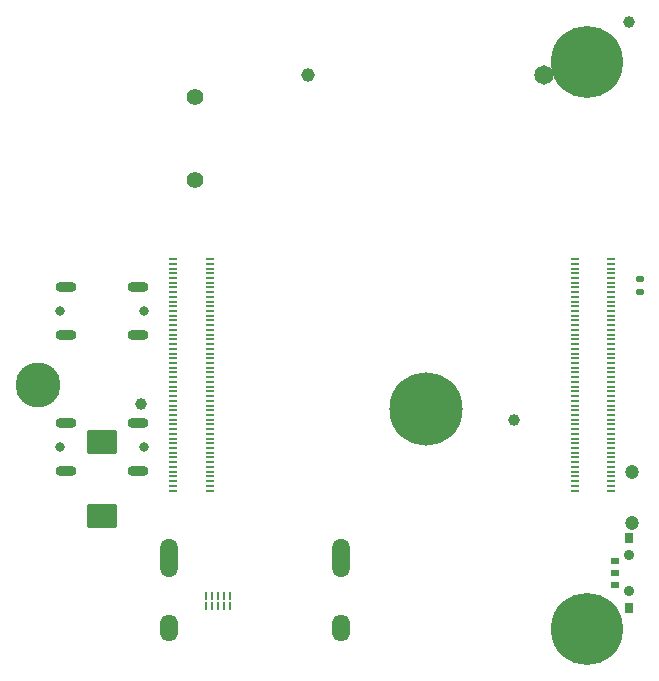
<source format=gbr>
%TF.GenerationSoftware,KiCad,Pcbnew,8.0.7*%
%TF.CreationDate,2025-01-30T19:22:21+01:00*%
%TF.ProjectId,CM5_MINIMA_2,434d355f-4d49-44e4-994d-415f322e6b69,2*%
%TF.SameCoordinates,Original*%
%TF.FileFunction,Soldermask,Bot*%
%TF.FilePolarity,Negative*%
%FSLAX46Y46*%
G04 Gerber Fmt 4.6, Leading zero omitted, Abs format (unit mm)*
G04 Created by KiCad (PCBNEW 8.0.7) date 2025-01-30 19:22:21*
%MOMM*%
%LPD*%
G01*
G04 APERTURE LIST*
G04 Aperture macros list*
%AMRoundRect*
0 Rectangle with rounded corners*
0 $1 Rounding radius*
0 $2 $3 $4 $5 $6 $7 $8 $9 X,Y pos of 4 corners*
0 Add a 4 corners polygon primitive as box body*
4,1,4,$2,$3,$4,$5,$6,$7,$8,$9,$2,$3,0*
0 Add four circle primitives for the rounded corners*
1,1,$1+$1,$2,$3*
1,1,$1+$1,$4,$5*
1,1,$1+$1,$6,$7*
1,1,$1+$1,$8,$9*
0 Add four rect primitives between the rounded corners*
20,1,$1+$1,$2,$3,$4,$5,0*
20,1,$1+$1,$4,$5,$6,$7,0*
20,1,$1+$1,$6,$7,$8,$9,0*
20,1,$1+$1,$8,$9,$2,$3,0*%
G04 Aperture macros list end*
%ADD10C,1.200000*%
%ADD11R,0.700000X0.600000*%
%ADD12R,0.700000X0.900000*%
%ADD13C,0.900000*%
%ADD14C,2.600000*%
%ADD15C,3.800000*%
%ADD16C,0.800000*%
%ADD17O,1.800000X0.860000*%
%ADD18C,1.150000*%
%ADD19C,1.650000*%
%ADD20C,6.200000*%
%ADD21C,1.400000*%
%ADD22C,1.000000*%
%ADD23O,1.500000X3.300000*%
%ADD24O,1.500000X2.300000*%
%ADD25C,6.100000*%
%ADD26R,0.700000X0.200000*%
%ADD27R,0.250000X0.680000*%
%ADD28RoundRect,0.250000X-1.025000X0.787500X-1.025000X-0.787500X1.025000X-0.787500X1.025000X0.787500X0*%
%ADD29RoundRect,0.135000X0.185000X-0.135000X0.185000X0.135000X-0.185000X0.135000X-0.185000X-0.135000X0*%
G04 APERTURE END LIST*
D10*
%TO.C,SW501*%
X52750000Y16740000D03*
X52750000Y12440000D03*
%TD*%
D11*
%TO.C,SW101*%
X51250000Y9220000D03*
X51250000Y7220000D03*
X51250000Y8220000D03*
D12*
X52510000Y5220000D03*
X52510000Y11220000D03*
D13*
X52440000Y9720000D03*
X52440000Y6720000D03*
%TD*%
D14*
%TO.C,H101*%
X2450000Y24100000D03*
D15*
X2450000Y24100000D03*
%TD*%
D16*
%TO.C,J101*%
X11430000Y30400000D03*
X4270000Y30400000D03*
D17*
X10900000Y28370000D03*
X10900000Y32430000D03*
X4800000Y28370000D03*
X4800000Y32430000D03*
%TD*%
D18*
%TO.C,J701*%
X25300000Y50375000D03*
D19*
X45300000Y50375000D03*
D20*
X35300000Y22125000D03*
%TD*%
D21*
%TO.C,T401*%
X15770000Y41480000D03*
X15770000Y48480000D03*
%TD*%
D22*
%TO.C,TP105*%
X11130000Y22530000D03*
%TD*%
D23*
%TO.C,J501*%
X28050000Y9500000D03*
X13550000Y9500000D03*
D24*
X13550000Y3540000D03*
X28050000Y3540000D03*
%TD*%
D16*
%TO.C,USB701*%
X11430000Y18850000D03*
X4270000Y18850000D03*
D17*
X10900000Y16820000D03*
X10900000Y20880000D03*
X4800000Y16820000D03*
X4800000Y20880000D03*
%TD*%
D22*
%TO.C,TP104*%
X52490000Y54890000D03*
%TD*%
%TO.C,TP106*%
X42750000Y21200000D03*
%TD*%
D25*
%TO.C,Module301*%
X48950000Y3500000D03*
X48950000Y51500000D03*
D26*
X50990000Y34800000D03*
X47910000Y34800000D03*
X50990000Y34400000D03*
X47910000Y34400000D03*
X50990000Y34000000D03*
X47910000Y34000000D03*
X50990000Y33600000D03*
X47910000Y33600000D03*
X50990000Y33200000D03*
X47910000Y33200000D03*
X50990000Y32800000D03*
X47910000Y32800000D03*
X50990000Y32400000D03*
X47910000Y32400000D03*
X50990000Y32000000D03*
X47910000Y32000000D03*
X50990000Y31600000D03*
X47910000Y31600000D03*
X50990000Y31200000D03*
X47910000Y31200000D03*
X50990000Y30800000D03*
X47910000Y30800000D03*
X50990000Y30400000D03*
X47910000Y30400000D03*
X50990000Y30000000D03*
X47910000Y30000000D03*
X50990000Y29600000D03*
X47910000Y29600000D03*
X50990000Y29200000D03*
X47910000Y29200000D03*
X50990000Y28800000D03*
X47910000Y28800000D03*
X50990000Y28400000D03*
X47910000Y28400000D03*
X50990000Y28000000D03*
X47910000Y28000000D03*
X50990000Y27600000D03*
X47910000Y27600000D03*
X50990000Y27200000D03*
X47910000Y27200000D03*
X50990000Y26800000D03*
X47910000Y26800000D03*
X50990000Y26400000D03*
X47910000Y26400000D03*
X50990000Y26000000D03*
X47910000Y26000000D03*
X50990000Y25600000D03*
X47910000Y25600000D03*
X50990000Y25200000D03*
X47910000Y25200000D03*
X50990000Y24800000D03*
X47910000Y24800000D03*
X50990000Y24400000D03*
X47910000Y24400000D03*
X50990000Y24000000D03*
X47910000Y24000000D03*
X50990000Y23600000D03*
X47910000Y23600000D03*
X50990000Y23200000D03*
X47910000Y23200000D03*
X50990000Y22800000D03*
X47910000Y22800000D03*
X50990000Y22400000D03*
X47910000Y22400000D03*
X50990000Y22000000D03*
X47910000Y22000000D03*
X50990000Y21600000D03*
X47910000Y21600000D03*
X50990000Y21200000D03*
X47910000Y21200000D03*
X50990000Y20800000D03*
X47910000Y20800000D03*
X50990000Y20400000D03*
X47910000Y20400000D03*
X50990000Y20000000D03*
X47910000Y20000000D03*
X50990000Y19600000D03*
X47910000Y19600000D03*
X50990000Y19200000D03*
X47910000Y19200000D03*
X50990000Y18800000D03*
X47910000Y18800000D03*
X50990000Y18400000D03*
X47910000Y18400000D03*
X50990000Y18000000D03*
X47910000Y18000000D03*
X50990000Y17600000D03*
X47910000Y17600000D03*
X50990000Y17200000D03*
X47910000Y17200000D03*
X50990000Y16800000D03*
X47910000Y16800000D03*
X50990000Y16400000D03*
X47910000Y16400000D03*
X50990000Y16000000D03*
X47910000Y16000000D03*
X50990000Y15600000D03*
X47910000Y15600000D03*
X50990000Y15200000D03*
X47910000Y15200000D03*
%TD*%
D27*
%TO.C,D403*%
X16670000Y6290000D03*
X17170000Y6290000D03*
X17670000Y6290000D03*
X18170000Y6290000D03*
X18670000Y6290000D03*
X18670000Y5430000D03*
X18170000Y5430000D03*
X17670000Y5430000D03*
X17170000Y5430000D03*
X16670000Y5430000D03*
%TD*%
D28*
%TO.C,C702*%
X7850000Y19312500D03*
X7850000Y13087500D03*
%TD*%
D29*
%TO.C,R104*%
X53390000Y32050000D03*
X53390000Y33070000D03*
%TD*%
D25*
%TO.C,Module302*%
X48950000Y3500000D03*
X48950000Y51500000D03*
D26*
X16990000Y34800000D03*
X13910000Y34800000D03*
X16990000Y34400000D03*
X13910000Y34400000D03*
X16990000Y34000000D03*
X13910000Y34000000D03*
X16990000Y33600000D03*
X13910000Y33600000D03*
X16990000Y33200000D03*
X13910000Y33200000D03*
X16990000Y32800000D03*
X13910000Y32800000D03*
X16990000Y32400000D03*
X13910000Y32400000D03*
X16990000Y32000000D03*
X13910000Y32000000D03*
X16990000Y31600000D03*
X13910000Y31600000D03*
X16990000Y31200000D03*
X13910000Y31200000D03*
X16990000Y30800000D03*
X13910000Y30800000D03*
X16990000Y30400000D03*
X13910000Y30400000D03*
X16990000Y30000000D03*
X13910000Y30000000D03*
X16990000Y29600000D03*
X13910000Y29600000D03*
X16990000Y29200000D03*
X13910000Y29200000D03*
X16990000Y28800000D03*
X13910000Y28800000D03*
X16990000Y28400000D03*
X13910000Y28400000D03*
X16990000Y28000000D03*
X13910000Y28000000D03*
X16990000Y27600000D03*
X13910000Y27600000D03*
X16990000Y27200000D03*
X13910000Y27200000D03*
X16990000Y26800000D03*
X13910000Y26800000D03*
X16990000Y26400000D03*
X13910000Y26400000D03*
X16990000Y26000000D03*
X13910000Y26000000D03*
X16990000Y25600000D03*
X13910000Y25600000D03*
X16990000Y25200000D03*
X13910000Y25200000D03*
X16990000Y24800000D03*
X13910000Y24800000D03*
X16990000Y24400000D03*
X13910000Y24400000D03*
X16990000Y24000000D03*
X13910000Y24000000D03*
X16990000Y23600000D03*
X13910000Y23600000D03*
X16990000Y23200000D03*
X13910000Y23200000D03*
X16990000Y22800000D03*
X13910000Y22800000D03*
X16990000Y22400000D03*
X13910000Y22400000D03*
X16990000Y22000000D03*
X13910000Y22000000D03*
X16990000Y21600000D03*
X13910000Y21600000D03*
X16990000Y21200000D03*
X13910000Y21200000D03*
X16990000Y20800000D03*
X13910000Y20800000D03*
X16990000Y20400000D03*
X13910000Y20400000D03*
X16990000Y20000000D03*
X13910000Y20000000D03*
X16990000Y19600000D03*
X13910000Y19600000D03*
X16990000Y19200000D03*
X13910000Y19200000D03*
X16990000Y18800000D03*
X13910000Y18800000D03*
X16990000Y18400000D03*
X13910000Y18400000D03*
X16990000Y18000000D03*
X13910000Y18000000D03*
X16990000Y17600000D03*
X13910000Y17600000D03*
X16990000Y17200000D03*
X13910000Y17200000D03*
X16990000Y16800000D03*
X13910000Y16800000D03*
X16990000Y16400000D03*
X13910000Y16400000D03*
X16990000Y16000000D03*
X13910000Y16000000D03*
X16990000Y15600000D03*
X13910000Y15600000D03*
X16990000Y15200000D03*
X13910000Y15200000D03*
%TD*%
M02*

</source>
